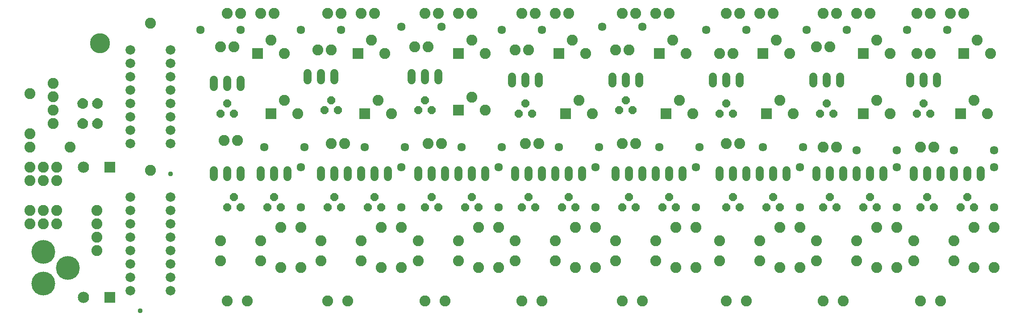
<source format=gbr>
G04 EAGLE Gerber RS-274X export*
G75*
%MOMM*%
%FSLAX34Y34*%
%LPD*%
%INSoldermask Bottom*%
%IPPOS*%
%AMOC8*
5,1,8,0,0,1.08239X$1,22.5*%
G01*
%ADD10C,4.521200*%
%ADD11C,2.133600*%
%ADD12R,2.133600X2.133600*%
%ADD13C,2.082800*%
%ADD14C,1.828800*%
%ADD15C,1.524000*%
%ADD16P,1.649562X8X22.500000*%
%ADD17C,1.611200*%
%ADD18R,2.082800X2.082800*%
%ADD19C,3.803200*%
%ADD20C,0.959600*%

G36*
X153660Y408997D02*
X153660Y408997D01*
X153725Y408993D01*
X155556Y409153D01*
X155602Y409166D01*
X155678Y409176D01*
X157442Y409690D01*
X157486Y409711D01*
X157558Y409736D01*
X159188Y410585D01*
X159226Y410614D01*
X159292Y410653D01*
X160725Y411803D01*
X160757Y411839D01*
X160814Y411890D01*
X161995Y413298D01*
X162019Y413339D01*
X162065Y413400D01*
X162262Y413758D01*
X162262Y413759D01*
X162949Y415012D01*
X162964Y415057D01*
X162998Y415126D01*
X163550Y416879D01*
X163556Y416926D01*
X163576Y417000D01*
X163776Y418827D01*
X163772Y418873D01*
X163778Y418942D01*
X163655Y420618D01*
X163644Y420661D01*
X163638Y420727D01*
X163227Y422357D01*
X163208Y422397D01*
X163190Y422461D01*
X162502Y423994D01*
X162477Y424031D01*
X162448Y424091D01*
X161504Y425481D01*
X161473Y425513D01*
X161435Y425567D01*
X160264Y426773D01*
X160228Y426799D01*
X160180Y426845D01*
X158818Y427829D01*
X158777Y427848D01*
X158723Y427885D01*
X157210Y428618D01*
X157167Y428630D01*
X157107Y428657D01*
X155490Y429115D01*
X155445Y429120D01*
X155381Y429136D01*
X153709Y429307D01*
X153661Y429303D01*
X153582Y429307D01*
X151910Y429141D01*
X151867Y429129D01*
X151802Y429120D01*
X150184Y428666D01*
X150143Y428647D01*
X150080Y428627D01*
X148566Y427899D01*
X148530Y427873D01*
X148471Y427843D01*
X147106Y426862D01*
X147075Y426830D01*
X147022Y426790D01*
X145848Y425588D01*
X145823Y425551D01*
X145778Y425503D01*
X144831Y424115D01*
X144813Y424074D01*
X144777Y424018D01*
X144085Y422487D01*
X144074Y422444D01*
X144048Y422383D01*
X143633Y420754D01*
X143630Y420710D01*
X143615Y420645D01*
X143489Y418970D01*
X143493Y418923D01*
X143491Y418851D01*
X143696Y417016D01*
X143710Y416969D01*
X143722Y416894D01*
X144282Y415133D01*
X144305Y415091D01*
X144331Y415019D01*
X145224Y413402D01*
X145254Y413364D01*
X145294Y413299D01*
X146485Y411887D01*
X146522Y411856D01*
X146574Y411800D01*
X148018Y410647D01*
X148060Y410625D01*
X148122Y410580D01*
X149763Y409731D01*
X149809Y409717D01*
X149878Y409685D01*
X151653Y409172D01*
X151701Y409167D01*
X151776Y409150D01*
X153616Y408993D01*
X153660Y408997D01*
G37*
G36*
X125669Y408997D02*
X125669Y408997D01*
X125734Y408993D01*
X127565Y409153D01*
X127611Y409166D01*
X127687Y409176D01*
X129451Y409690D01*
X129495Y409711D01*
X129567Y409736D01*
X131197Y410585D01*
X131235Y410614D01*
X131301Y410653D01*
X132734Y411803D01*
X132766Y411839D01*
X132823Y411890D01*
X134004Y413298D01*
X134028Y413339D01*
X134074Y413400D01*
X134271Y413758D01*
X134271Y413759D01*
X134958Y415012D01*
X134973Y415057D01*
X135007Y415126D01*
X135559Y416879D01*
X135565Y416926D01*
X135585Y417000D01*
X135785Y418827D01*
X135781Y418873D01*
X135787Y418942D01*
X135664Y420618D01*
X135653Y420661D01*
X135647Y420727D01*
X135236Y422357D01*
X135217Y422397D01*
X135199Y422461D01*
X134511Y423994D01*
X134486Y424031D01*
X134457Y424091D01*
X133513Y425481D01*
X133482Y425513D01*
X133444Y425567D01*
X132273Y426773D01*
X132237Y426799D01*
X132189Y426845D01*
X130827Y427829D01*
X130786Y427848D01*
X130732Y427885D01*
X129219Y428618D01*
X129176Y428630D01*
X129116Y428657D01*
X127499Y429115D01*
X127454Y429120D01*
X127390Y429136D01*
X125718Y429307D01*
X125670Y429303D01*
X125591Y429307D01*
X123919Y429141D01*
X123876Y429129D01*
X123811Y429120D01*
X122193Y428666D01*
X122152Y428647D01*
X122089Y428627D01*
X120575Y427899D01*
X120539Y427873D01*
X120480Y427843D01*
X119115Y426862D01*
X119084Y426830D01*
X119031Y426790D01*
X117857Y425588D01*
X117832Y425551D01*
X117787Y425503D01*
X116840Y424115D01*
X116822Y424074D01*
X116786Y424018D01*
X116094Y422487D01*
X116083Y422444D01*
X116057Y422383D01*
X115642Y420754D01*
X115639Y420710D01*
X115624Y420645D01*
X115498Y418970D01*
X115502Y418923D01*
X115500Y418851D01*
X115705Y417016D01*
X115719Y416969D01*
X115731Y416894D01*
X116291Y415133D01*
X116314Y415091D01*
X116340Y415019D01*
X117233Y413402D01*
X117263Y413364D01*
X117303Y413299D01*
X118494Y411887D01*
X118531Y411856D01*
X118583Y411800D01*
X120027Y410647D01*
X120069Y410625D01*
X120131Y410580D01*
X121772Y409731D01*
X121818Y409717D01*
X121887Y409685D01*
X123662Y409172D01*
X123710Y409167D01*
X123785Y409150D01*
X125625Y408993D01*
X125669Y408997D01*
G37*
G36*
X153660Y370897D02*
X153660Y370897D01*
X153725Y370893D01*
X155556Y371053D01*
X155602Y371066D01*
X155678Y371076D01*
X157442Y371590D01*
X157486Y371611D01*
X157558Y371636D01*
X159188Y372485D01*
X159226Y372514D01*
X159292Y372553D01*
X160725Y373703D01*
X160757Y373739D01*
X160814Y373790D01*
X161995Y375198D01*
X162019Y375239D01*
X162065Y375300D01*
X162262Y375658D01*
X162262Y375659D01*
X162949Y376912D01*
X162964Y376957D01*
X162998Y377026D01*
X163550Y378779D01*
X163556Y378826D01*
X163576Y378900D01*
X163776Y380727D01*
X163772Y380773D01*
X163778Y380842D01*
X163655Y382518D01*
X163644Y382561D01*
X163638Y382627D01*
X163227Y384257D01*
X163208Y384297D01*
X163190Y384361D01*
X162502Y385894D01*
X162477Y385931D01*
X162448Y385991D01*
X161504Y387381D01*
X161473Y387413D01*
X161435Y387467D01*
X160264Y388673D01*
X160228Y388699D01*
X160180Y388745D01*
X158818Y389729D01*
X158777Y389748D01*
X158723Y389785D01*
X157210Y390518D01*
X157167Y390530D01*
X157107Y390557D01*
X155490Y391015D01*
X155445Y391020D01*
X155381Y391036D01*
X153709Y391207D01*
X153661Y391203D01*
X153582Y391207D01*
X151910Y391041D01*
X151867Y391029D01*
X151802Y391020D01*
X150184Y390566D01*
X150143Y390547D01*
X150080Y390527D01*
X148566Y389799D01*
X148530Y389773D01*
X148471Y389743D01*
X147106Y388762D01*
X147075Y388730D01*
X147022Y388690D01*
X145848Y387488D01*
X145823Y387451D01*
X145778Y387403D01*
X144831Y386015D01*
X144813Y385974D01*
X144777Y385918D01*
X144085Y384387D01*
X144074Y384344D01*
X144048Y384283D01*
X143633Y382654D01*
X143630Y382610D01*
X143615Y382545D01*
X143489Y380870D01*
X143493Y380823D01*
X143491Y380751D01*
X143696Y378916D01*
X143710Y378869D01*
X143722Y378794D01*
X144282Y377033D01*
X144305Y376991D01*
X144331Y376919D01*
X145224Y375302D01*
X145254Y375264D01*
X145294Y375199D01*
X146485Y373787D01*
X146522Y373756D01*
X146574Y373700D01*
X148018Y372547D01*
X148060Y372525D01*
X148122Y372480D01*
X149763Y371631D01*
X149809Y371617D01*
X149878Y371585D01*
X151653Y371072D01*
X151701Y371067D01*
X151776Y371050D01*
X153616Y370893D01*
X153660Y370897D01*
G37*
G36*
X125669Y370897D02*
X125669Y370897D01*
X125734Y370893D01*
X127565Y371053D01*
X127611Y371066D01*
X127687Y371076D01*
X129451Y371590D01*
X129495Y371611D01*
X129567Y371636D01*
X131197Y372485D01*
X131235Y372514D01*
X131301Y372553D01*
X132734Y373703D01*
X132766Y373739D01*
X132823Y373790D01*
X134004Y375198D01*
X134028Y375239D01*
X134074Y375300D01*
X134271Y375658D01*
X134271Y375659D01*
X134958Y376912D01*
X134973Y376957D01*
X135007Y377026D01*
X135559Y378779D01*
X135565Y378826D01*
X135585Y378900D01*
X135785Y380727D01*
X135781Y380773D01*
X135787Y380842D01*
X135664Y382518D01*
X135653Y382561D01*
X135647Y382627D01*
X135236Y384257D01*
X135217Y384297D01*
X135199Y384361D01*
X134511Y385894D01*
X134486Y385931D01*
X134457Y385991D01*
X133513Y387381D01*
X133482Y387413D01*
X133444Y387467D01*
X132273Y388673D01*
X132237Y388699D01*
X132189Y388745D01*
X130827Y389729D01*
X130786Y389748D01*
X130732Y389785D01*
X129219Y390518D01*
X129176Y390530D01*
X129116Y390557D01*
X127499Y391015D01*
X127454Y391020D01*
X127390Y391036D01*
X125718Y391207D01*
X125670Y391203D01*
X125591Y391207D01*
X123919Y391041D01*
X123876Y391029D01*
X123811Y391020D01*
X122193Y390566D01*
X122152Y390547D01*
X122089Y390527D01*
X120575Y389799D01*
X120539Y389773D01*
X120480Y389743D01*
X119115Y388762D01*
X119084Y388730D01*
X119031Y388690D01*
X117857Y387488D01*
X117832Y387451D01*
X117787Y387403D01*
X116840Y386015D01*
X116822Y385974D01*
X116786Y385918D01*
X116094Y384387D01*
X116083Y384344D01*
X116057Y384283D01*
X115642Y382654D01*
X115639Y382610D01*
X115624Y382545D01*
X115498Y380870D01*
X115502Y380823D01*
X115500Y380751D01*
X115705Y378916D01*
X115719Y378869D01*
X115731Y378794D01*
X116291Y377033D01*
X116314Y376991D01*
X116340Y376919D01*
X117233Y375302D01*
X117263Y375264D01*
X117303Y375199D01*
X118494Y373787D01*
X118531Y373756D01*
X118583Y373700D01*
X120027Y372547D01*
X120069Y372525D01*
X120131Y372480D01*
X121772Y371631D01*
X121818Y371617D01*
X121887Y371585D01*
X123662Y371072D01*
X123710Y371067D01*
X123785Y371050D01*
X125625Y370893D01*
X125669Y370897D01*
G37*
D10*
X50800Y137000D03*
X50800Y77000D03*
X97800Y107000D03*
D11*
X127400Y50800D03*
D12*
X177400Y50800D03*
D11*
X127400Y298450D03*
D12*
X177400Y298450D03*
D13*
X152400Y139700D03*
X152400Y165100D03*
X152400Y190500D03*
X152400Y215900D03*
X254000Y292100D03*
X254000Y571500D03*
X69850Y381000D03*
X69850Y406400D03*
X69850Y431800D03*
X69850Y457200D03*
X25400Y336550D03*
X101600Y336550D03*
X25400Y361950D03*
X25400Y438150D03*
D14*
X292100Y63500D03*
X292100Y88900D03*
X292100Y114300D03*
X292100Y139700D03*
X292100Y165100D03*
X292100Y190500D03*
X292100Y215900D03*
X292100Y241300D03*
X215900Y241300D03*
X215900Y215900D03*
X215900Y190500D03*
X215900Y165100D03*
X215900Y139700D03*
X215900Y114300D03*
X215900Y88900D03*
X215900Y63500D03*
X292100Y342900D03*
X292100Y368300D03*
X292100Y393700D03*
X292100Y419100D03*
X292100Y444500D03*
X292100Y469900D03*
X292100Y495300D03*
X292100Y520700D03*
X215900Y520700D03*
X215900Y495300D03*
X215900Y469900D03*
X215900Y444500D03*
X215900Y419100D03*
X215900Y393700D03*
X215900Y368300D03*
X215900Y342900D03*
D13*
X25400Y190500D03*
X25400Y215900D03*
X50800Y190500D03*
X50800Y215900D03*
X76200Y190500D03*
X76200Y215900D03*
X25400Y273050D03*
X25400Y298450D03*
X50800Y273050D03*
X50800Y298450D03*
X76200Y273050D03*
X76200Y298450D03*
D15*
X1695450Y456946D02*
X1695450Y470154D01*
X1746250Y470154D02*
X1746250Y456946D01*
X1720850Y456946D02*
X1720850Y470154D01*
D16*
X1739900Y222250D03*
X1727200Y241300D03*
X1714500Y222250D03*
X1816100Y222250D03*
X1803400Y241300D03*
X1790700Y222250D03*
D13*
X1771650Y590550D03*
X1797050Y590550D03*
X1708150Y590550D03*
X1733550Y590550D03*
D17*
X1778000Y330200D03*
X1854200Y330200D03*
X1854200Y222250D03*
X1854200Y298450D03*
D13*
X1714500Y44450D03*
X1708150Y514350D03*
X1733550Y514350D03*
D15*
X1701800Y292354D02*
X1701800Y279146D01*
X1752600Y279146D02*
X1752600Y292354D01*
X1727200Y292354D02*
X1727200Y279146D01*
X1778000Y279146D02*
X1778000Y292354D01*
X1828800Y292354D02*
X1828800Y279146D01*
X1803400Y279146D02*
X1803400Y292354D01*
D13*
X1752600Y44450D03*
D16*
X1708150Y400050D03*
X1720850Y419100D03*
X1733550Y400050D03*
D13*
X1701800Y158750D03*
X1778000Y158750D03*
X1854200Y184150D03*
X1854200Y107950D03*
X1816100Y107950D03*
X1816100Y184150D03*
X1701800Y120650D03*
X1778000Y120650D03*
D18*
X1797050Y514200D03*
D13*
X1822450Y539200D03*
X1847850Y514200D03*
D15*
X1511300Y470154D02*
X1511300Y456946D01*
X1562100Y456946D02*
X1562100Y470154D01*
X1536700Y470154D02*
X1536700Y456946D01*
D16*
X1555750Y222250D03*
X1543050Y241300D03*
X1530350Y222250D03*
X1631950Y222250D03*
X1619250Y241300D03*
X1606550Y222250D03*
D13*
X1593850Y590550D03*
X1619250Y590550D03*
X1530350Y590550D03*
X1555750Y590550D03*
D17*
X1593850Y330200D03*
X1670050Y330200D03*
X1670050Y222250D03*
X1670050Y298450D03*
D13*
X1530350Y44450D03*
X1517650Y527050D03*
X1543050Y527050D03*
D15*
X1517650Y292354D02*
X1517650Y279146D01*
X1568450Y279146D02*
X1568450Y292354D01*
X1543050Y292354D02*
X1543050Y279146D01*
X1593850Y279146D02*
X1593850Y292354D01*
X1644650Y292354D02*
X1644650Y279146D01*
X1619250Y279146D02*
X1619250Y292354D01*
D13*
X1568450Y44450D03*
D16*
X1524000Y400050D03*
X1536700Y419100D03*
X1549400Y400050D03*
D13*
X1517650Y158750D03*
X1593850Y158750D03*
X1670050Y184150D03*
X1670050Y107950D03*
X1631950Y107950D03*
X1631950Y184150D03*
X1517650Y120650D03*
X1593850Y120650D03*
D18*
X1606550Y514200D03*
D13*
X1631950Y539200D03*
X1657350Y514200D03*
D15*
X1320800Y470154D02*
X1320800Y456946D01*
X1371600Y456946D02*
X1371600Y470154D01*
X1346200Y470154D02*
X1346200Y456946D01*
D16*
X1371600Y222250D03*
X1358900Y241300D03*
X1346200Y222250D03*
X1447800Y222250D03*
X1435100Y241300D03*
X1422400Y222250D03*
D13*
X1409700Y590550D03*
X1435100Y590550D03*
X1346200Y590550D03*
X1371600Y590550D03*
D17*
X1416050Y336550D03*
X1492250Y336550D03*
X1485900Y222250D03*
X1485900Y298450D03*
D13*
X1346200Y44450D03*
X1333500Y514350D03*
X1358900Y514350D03*
D15*
X1333500Y292354D02*
X1333500Y279146D01*
X1384300Y279146D02*
X1384300Y292354D01*
X1358900Y292354D02*
X1358900Y279146D01*
X1409700Y279146D02*
X1409700Y292354D01*
X1460500Y292354D02*
X1460500Y279146D01*
X1435100Y279146D02*
X1435100Y292354D01*
D13*
X1384300Y44450D03*
D16*
X1333500Y400050D03*
X1346200Y419100D03*
X1358900Y400050D03*
D13*
X1333500Y158750D03*
X1409700Y158750D03*
X1485900Y184150D03*
X1485900Y107950D03*
X1447800Y107950D03*
X1447800Y184150D03*
X1333500Y120650D03*
X1409700Y120650D03*
D18*
X1416050Y514200D03*
D13*
X1441450Y539200D03*
X1466850Y514200D03*
D15*
X1130300Y470154D02*
X1130300Y456946D01*
X1181100Y456946D02*
X1181100Y470154D01*
X1155700Y470154D02*
X1155700Y456946D01*
D16*
X1174750Y222250D03*
X1162050Y241300D03*
X1149350Y222250D03*
X1250950Y222250D03*
X1238250Y241300D03*
X1225550Y222250D03*
D13*
X1212850Y590550D03*
X1238250Y590550D03*
X1149350Y590550D03*
X1174750Y590550D03*
D17*
X1219200Y336550D03*
X1295400Y336550D03*
X1289050Y222250D03*
X1289050Y298450D03*
D13*
X1149350Y44450D03*
X1136650Y520700D03*
X1162050Y520700D03*
D15*
X1136650Y292354D02*
X1136650Y279146D01*
X1187450Y279146D02*
X1187450Y292354D01*
X1162050Y292354D02*
X1162050Y279146D01*
X1212850Y279146D02*
X1212850Y292354D01*
X1263650Y292354D02*
X1263650Y279146D01*
X1238250Y279146D02*
X1238250Y292354D01*
D13*
X1187450Y44450D03*
D16*
X1143000Y406400D03*
X1155700Y425450D03*
X1168400Y406400D03*
D13*
X1136650Y158750D03*
X1212850Y158750D03*
X1289050Y184150D03*
X1289050Y107950D03*
X1250950Y107950D03*
X1250950Y184150D03*
X1136650Y120650D03*
X1212850Y120650D03*
D18*
X1219200Y514200D03*
D13*
X1244600Y539200D03*
X1270000Y514200D03*
D15*
X939800Y470154D02*
X939800Y456946D01*
X990600Y456946D02*
X990600Y470154D01*
X965200Y470154D02*
X965200Y456946D01*
D16*
X984250Y222250D03*
X971550Y241300D03*
X958850Y222250D03*
X1060450Y222250D03*
X1047750Y241300D03*
X1035050Y222250D03*
D13*
X1022350Y590550D03*
X1047750Y590550D03*
X958850Y590550D03*
X984250Y590550D03*
D17*
X1028700Y336550D03*
X1104900Y336550D03*
X1098550Y222250D03*
X1098550Y298450D03*
D13*
X958850Y44450D03*
X946150Y520700D03*
X971550Y520700D03*
D15*
X946150Y292354D02*
X946150Y279146D01*
X996950Y279146D02*
X996950Y292354D01*
X971550Y292354D02*
X971550Y279146D01*
X1022350Y279146D02*
X1022350Y292354D01*
X1073150Y292354D02*
X1073150Y279146D01*
X1047750Y279146D02*
X1047750Y292354D01*
D13*
X996950Y44450D03*
D16*
X952500Y400050D03*
X965200Y419100D03*
X977900Y400050D03*
D13*
X946150Y158750D03*
X1022350Y158750D03*
X1098550Y184150D03*
X1098550Y107950D03*
X1060450Y107950D03*
X1060450Y184150D03*
X946150Y120650D03*
X1022350Y120650D03*
D18*
X1028700Y514200D03*
D13*
X1054100Y539200D03*
X1079500Y514200D03*
D15*
X749300Y476504D02*
X749300Y463296D01*
X800100Y463296D02*
X800100Y476504D01*
X774700Y476504D02*
X774700Y463296D01*
D16*
X800100Y222250D03*
X787400Y241300D03*
X774700Y222250D03*
X876300Y222250D03*
X863600Y241300D03*
X850900Y222250D03*
D13*
X838200Y590550D03*
X863600Y590550D03*
X774700Y590550D03*
X800100Y590550D03*
D17*
X844550Y336550D03*
X920750Y336550D03*
X914400Y222250D03*
X914400Y298450D03*
D13*
X774700Y44450D03*
X755650Y527050D03*
X781050Y527050D03*
D15*
X762000Y292354D02*
X762000Y279146D01*
X812800Y279146D02*
X812800Y292354D01*
X787400Y292354D02*
X787400Y279146D01*
X838200Y279146D02*
X838200Y292354D01*
X889000Y292354D02*
X889000Y279146D01*
X863600Y279146D02*
X863600Y292354D01*
D13*
X812800Y44450D03*
D16*
X762000Y406400D03*
X774700Y425450D03*
X787400Y406400D03*
D13*
X762000Y158750D03*
X838200Y158750D03*
X914400Y184150D03*
X914400Y107950D03*
X876300Y107950D03*
X876300Y184150D03*
X762000Y120650D03*
X838200Y120650D03*
D18*
X838200Y514200D03*
D13*
X863600Y539200D03*
X889000Y514200D03*
D15*
X552450Y476504D02*
X552450Y463296D01*
X603250Y463296D02*
X603250Y476504D01*
X577850Y476504D02*
X577850Y463296D01*
D16*
X615950Y222250D03*
X603250Y241300D03*
X590550Y222250D03*
X692150Y222250D03*
X679450Y241300D03*
X666750Y222250D03*
D13*
X654050Y590550D03*
X679450Y590550D03*
X590550Y590550D03*
X615950Y590550D03*
D17*
X660400Y336550D03*
X736600Y336550D03*
X730250Y222250D03*
X730250Y298450D03*
D13*
X590550Y44450D03*
X571500Y520700D03*
X596900Y520700D03*
D15*
X577850Y292354D02*
X577850Y279146D01*
X628650Y279146D02*
X628650Y292354D01*
X603250Y292354D02*
X603250Y279146D01*
X654050Y279146D02*
X654050Y292354D01*
X704850Y292354D02*
X704850Y279146D01*
X679450Y279146D02*
X679450Y292354D01*
D13*
X628650Y44450D03*
D16*
X584200Y406400D03*
X596900Y425450D03*
X609600Y406400D03*
D13*
X577850Y158750D03*
X654050Y158750D03*
X730250Y184150D03*
X730250Y107950D03*
X692150Y107950D03*
X692150Y184150D03*
X577850Y120650D03*
X654050Y120650D03*
D18*
X647700Y514200D03*
D13*
X673100Y539200D03*
X698500Y514200D03*
D15*
X374650Y463804D02*
X374650Y450596D01*
X425450Y450596D02*
X425450Y463804D01*
X400050Y463804D02*
X400050Y450596D01*
D16*
X425450Y222250D03*
X412750Y241300D03*
X400050Y222250D03*
X501650Y222250D03*
X488950Y241300D03*
X476250Y222250D03*
D13*
X463550Y590550D03*
X488950Y590550D03*
X400050Y590550D03*
X425450Y590550D03*
D17*
X469900Y336550D03*
X546100Y336550D03*
X539750Y222250D03*
X539750Y298450D03*
D13*
X400050Y44450D03*
X387350Y527050D03*
X412750Y527050D03*
D15*
X374650Y292354D02*
X374650Y279146D01*
X425450Y279146D02*
X425450Y292354D01*
X400050Y292354D02*
X400050Y279146D01*
X463550Y279146D02*
X463550Y292354D01*
X514350Y292354D02*
X514350Y279146D01*
X488950Y279146D02*
X488950Y292354D01*
D13*
X438150Y44450D03*
D16*
X387350Y400050D03*
X400050Y419100D03*
X412750Y400050D03*
D13*
X387350Y158750D03*
X463550Y158750D03*
X539750Y184150D03*
X539750Y107950D03*
X501650Y107950D03*
X501650Y184150D03*
X387350Y120650D03*
X463550Y120650D03*
D18*
X457200Y514200D03*
D13*
X482600Y539200D03*
X508000Y514200D03*
D18*
X1790700Y399900D03*
D13*
X1816100Y424900D03*
X1841500Y399900D03*
D18*
X1606550Y399900D03*
D13*
X1631950Y424900D03*
X1657350Y399900D03*
D18*
X1422400Y399900D03*
D13*
X1447800Y424900D03*
X1473200Y399900D03*
D18*
X1041400Y399900D03*
D13*
X1066800Y424900D03*
X1092200Y399900D03*
D18*
X482600Y399900D03*
D13*
X508000Y424900D03*
X533400Y399900D03*
D18*
X660400Y399900D03*
D13*
X685800Y424900D03*
X711200Y399900D03*
D18*
X838200Y406250D03*
D13*
X863600Y431250D03*
X889000Y406250D03*
D18*
X1231900Y399900D03*
D13*
X1257300Y424900D03*
X1282700Y399900D03*
X1739900Y336550D03*
X1714500Y336550D03*
X1530350Y336550D03*
X1555750Y336550D03*
X1346200Y342900D03*
X1371600Y342900D03*
X1149350Y342900D03*
X1174750Y342900D03*
X965200Y342900D03*
X990600Y342900D03*
X393700Y349250D03*
X419100Y349250D03*
X596900Y342900D03*
X622300Y342900D03*
X781050Y342900D03*
X806450Y342900D03*
D17*
X1689100Y558800D03*
X1765300Y558800D03*
X1498600Y558800D03*
X1574800Y558800D03*
X1308100Y558800D03*
X1384300Y558800D03*
X1111250Y565150D03*
X1187450Y565150D03*
X920750Y558800D03*
X996950Y558800D03*
X730250Y565150D03*
X806450Y565150D03*
X539750Y558800D03*
X615950Y558800D03*
X349250Y558800D03*
X425450Y558800D03*
D19*
X158750Y533400D03*
D20*
X292100Y285750D03*
X234950Y25400D03*
M02*

</source>
